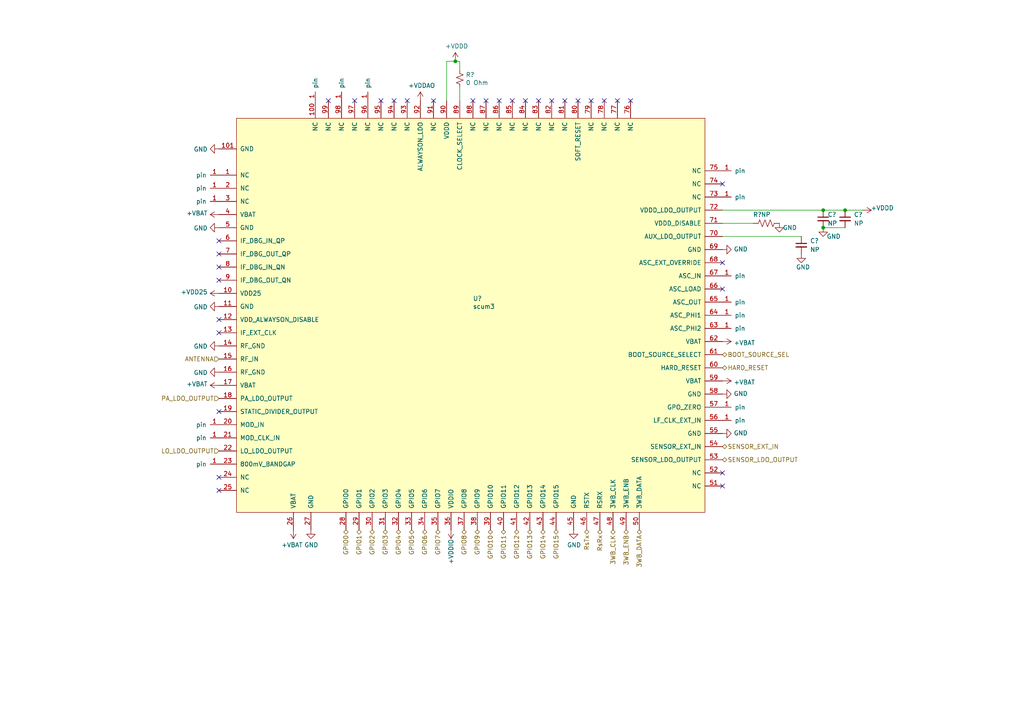
<source format=kicad_sch>
(kicad_sch (version 20211123) (generator eeschema)
  (paper "A4")
  (lib_symbols
    (symbol "Device:C_Small" (pin_numbers hide) (pin_names (offset 0.254) hide)
      (property "Reference" "C" (at 0.254 1.778 0))
      (property "Value" "C_Small" (at 0.254 -2.032 0))
      (symbol "C_Small_0_1"
        (polyline (pts (xy -1.524 -0.508) (xy 1.524 -0.508)) (stroke (width 0.3302)))
        (polyline (pts (xy -1.524 0.508) (xy 1.524 0.508)) (stroke (width 0.3048)))
      )
      (symbol "C_Small_1_1"
        (pin passive line (at 0 2.54 270) (length 2.032) (name "~") (number "1"))
        (pin passive line (at 0 -2.54 90) (length 2.032) (name "~") (number "2"))
      )
    )
    (symbol "Device:R_Small_US" (pin_numbers hide) (pin_names (offset 0.254) hide)
      (property "Reference" "R" (at 0.762 0.508 0))
      (property "Value" "R_Small_US" (at 0.762 -1.016 0))
      (symbol "R_Small_US_1_1"
        (polyline (pts (xy 0 0) (xy 1.016 -0.381) (xy 0 -0.762) (xy -1.016 -1.143) (xy 0 -1.524)))
        (polyline (pts (xy 0 1.524) (xy 1.016 1.143) (xy 0 0.762) (xy -1.016 0.381) (xy 0 0)))
        (pin passive line (at 0 2.54 270) (length 1.016) (name "~") (number "1"))
        (pin passive line (at 0 -2.54 90) (length 1.016) (name "~") (number "2"))
      )
    )
    (symbol "Device:R_US" (pin_numbers hide) (pin_names (offset 0))
      (property "Reference" "R" (at 2.54 0 90))
      (property "Value" "R_US" (at -2.54 0 90))
      (symbol "R_US_0_1"
        (polyline (pts (xy 0 -2.286) (xy 0 -2.54)))
        (polyline (pts (xy 0 2.286) (xy 0 2.54)))
        (polyline (pts (xy 0 -0.762) (xy 1.016 -1.143) (xy 0 -1.524) (xy -1.016 -1.905) (xy 0 -2.286)))
        (polyline (pts (xy 0 0.762) (xy 1.016 0.381) (xy 0 0) (xy -1.016 -0.381) (xy 0 -0.762)))
        (polyline (pts (xy 0 2.286) (xy 1.016 1.905) (xy 0 1.524) (xy -1.016 1.143) (xy 0 0.762)))
      )
      (symbol "R_US_1_1"
        (pin passive line (at 0 3.81 270) (length 1.27) (name "~") (number "1"))
        (pin passive line (at 0 -3.81 90) (length 1.27) (name "~") (number "2"))
      )
    )
    (symbol "draft1library:+VBAT" (power) (pin_names (offset 0))
      (property "Value" "+VBAT" (at 0 3.556 0))
      (symbol "+VBAT_0_1"
        (polyline (pts (xy -0.762 1.27) (xy 0 2.54)))
        (polyline (pts (xy 0 0) (xy 0 2.54)))
        (polyline (pts (xy 0 2.54) (xy 0.762 1.27)))
      )
      (symbol "+VBAT_1_1"
        (pin power_in line (at 0 0 90) (length 0) hide (name "+VBAT") (number "1"))
      )
    )
    (symbol "draft1library:+VDD25" (power) (pin_names (offset 0))
      (property "Value" "+VDD25" (at 0 3.556 0))
      (symbol "+VDD25_0_1"
        (polyline (pts (xy -0.762 1.27) (xy 0 2.54)))
        (polyline (pts (xy 0 0) (xy 0 2.54)))
        (polyline (pts (xy 0 2.54) (xy 0.762 1.27)))
      )
      (symbol "+VDD25_1_1"
        (pin power_in line (at 0 0 90) (length 0) hide (name "+VDD25") (number "1"))
      )
    )
    (symbol "draft1library:+VDDAO" (power) (pin_names (offset 0))
      (property "Value" "+VDDAO" (at 0 3.556 0))
      (symbol "+VDDAO_0_1"
        (polyline (pts (xy -0.762 1.27) (xy 0 2.54)))
        (polyline (pts (xy 0 0) (xy 0 2.54)))
        (polyline (pts (xy 0 2.54) (xy 0.762 1.27)))
      )
      (symbol "+VDDAO_1_1"
        (pin power_in line (at 0 0 90) (length 0) hide (name "+VDDAO") (number "1"))
      )
    )
    (symbol "draft1library:+VDDD" (power) (pin_names (offset 0))
      (property "Value" "+VDDD" (at 0 3.556 0))
      (symbol "+VDDD_0_1"
        (polyline (pts (xy -0.762 1.27) (xy 0 2.54)))
        (polyline (pts (xy 0 0) (xy 0 2.54)))
        (polyline (pts (xy 0 2.54) (xy 0.762 1.27)))
      )
      (symbol "+VDDD_1_1"
        (pin power_in line (at 0 0 90) (length 0) hide (name "+VDDD") (number "1"))
      )
    )
    (symbol "draft1library:+VDDIO" (power) (pin_names (offset 0))
      (property "Value" "+VDDIO" (at 0 3.556 0))
      (symbol "+VDDIO_0_1"
        (polyline (pts (xy -0.762 1.27) (xy 0 2.54)))
        (polyline (pts (xy 0 0) (xy 0 2.54)))
        (polyline (pts (xy 0 2.54) (xy 0.762 1.27)))
      )
      (symbol "+VDDIO_1_1"
        (pin power_in line (at 0 0 90) (length 0) hide (name "+VDDIO") (number "1"))
      )
    )
    (symbol "draft1library:scum3" (pin_names (offset 1.016))
      (property "Reference" "U8" (at 12.7 10.16 0))
      (property "Value" "scum3" (at 1.27 -2.54 0))
      (symbol "scum3_0_1"
        (rectangle (start -69.85 -60.96) (end 66.04 53.34) (fill (type background)))
      )
      (symbol "scum3_1_1"
        (pin passive line (at -74.93 36.83 0) (length 5.08) (name "NC") (number "1"))
        (pin passive line (at -74.93 2.54 0) (length 5.08) (name "VDD25") (number "10"))
        (pin passive line (at -46.99 58.42 270) (length 5.08) (name "NC") (number "100"))
        (pin passive line (at -74.93 44.45 0) (length 5.08) (name "GND") (number "101"))
        (pin passive line (at -74.93 -1.27 0) (length 5.08) (name "GND") (number "11"))
        (pin passive line (at -74.93 -5.08 0) (length 5.08) (name "VDD_ALWAYSON_DISABLE") (number "12"))
        (pin passive line (at -74.93 -8.89 0) (length 5.08) (name "IF_EXT_CLK") (number "13"))
        (pin passive line (at -74.93 -12.7 0) (length 5.08) (name "RF_GND") (number "14"))
        (pin passive line (at -74.93 -16.51 0) (length 5.08) (name "RF_IN") (number "15"))
        (pin passive line (at -74.93 -20.32 0) (length 5.08) (name "RF_GND") (number "16"))
        (pin passive line (at -74.93 -24.13 0) (length 5.08) (name "VBAT") (number "17"))
        (pin passive line (at -74.93 -27.94 0) (length 5.08) (name "PA_LDO_OUTPUT") (number "18"))
        (pin passive line (at -74.93 -31.75 0) (length 5.08) (name "STATIC_DIVIDER_OUTPUT") (number "19"))
        (pin passive line (at -74.93 33.02 0) (length 5.08) (name "NC") (number "2"))
        (pin passive line (at -74.93 -35.56 0) (length 5.08) (name "MOD_IN") (number "20"))
        (pin passive line (at -74.93 -39.37 0) (length 5.08) (name "MOD_CLK_IN") (number "21"))
        (pin passive line (at -74.93 -43.18 0) (length 5.08) (name "LO_LDO_OUTPUT") (number "22"))
        (pin passive line (at -74.93 -46.99 0) (length 5.08) (name "800mV_BANDGAP") (number "23"))
        (pin passive line (at -74.93 -50.8 0) (length 5.08) (name "NC") (number "24"))
        (pin passive line (at -74.93 -54.61 0) (length 5.08) (name "NC") (number "25"))
        (pin power_in line (at -53.34 -66.04 90) (length 5.08) (name "VBAT") (number "26"))
        (pin passive line (at -48.26 -66.04 90) (length 5.08) (name "GND") (number "27"))
        (pin bidirectional line (at -38.1 -66.04 90) (length 5.08) (name "GPIO0") (number "28"))
        (pin bidirectional line (at -34.29 -66.04 90) (length 5.08) (name "GPIO1") (number "29"))
        (pin passive line (at -74.93 29.21 0) (length 5.08) (name "NC") (number "3"))
        (pin bidirectional line (at -30.48 -66.04 90) (length 5.08) (name "GPIO2") (number "30"))
        (pin bidirectional line (at -26.67 -66.04 90) (length 5.08) (name "GPIO3") (number "31"))
        (pin bidirectional line (at -22.86 -66.04 90) (length 5.08) (name "GPIO4") (number "32"))
        (pin bidirectional line (at -19.05 -66.04 90) (length 5.08) (name "GPIO5") (number "33"))
        (pin bidirectional line (at -15.24 -66.04 90) (length 5.08) (name "GPIO6") (number "34"))
        (pin bidirectional line (at -11.43 -66.04 90) (length 5.08) (name "GPIO7") (number "35"))
        (pin power_in line (at -7.62 -66.04 90) (length 5.08) (name "VDDIO") (number "36"))
        (pin bidirectional line (at -3.81 -66.04 90) (length 5.08) (name "GPIO8") (number "37"))
        (pin bidirectional line (at 0 -66.04 90) (length 5.08) (name "GPIO9") (number "38"))
        (pin bidirectional line (at 3.81 -66.04 90) (length 5.08) (name "GPIO10") (number "39"))
        (pin passive line (at -74.93 25.4 0) (length 5.08) (name "VBAT") (number "4"))
        (pin bidirectional line (at 7.62 -66.04 90) (length 5.08) (name "GPIO11") (number "40"))
        (pin bidirectional line (at 11.43 -66.04 90) (length 5.08) (name "GPIO12") (number "41"))
        (pin bidirectional line (at 15.24 -66.04 90) (length 5.08) (name "GPIO13") (number "42"))
        (pin bidirectional line (at 19.05 -66.04 90) (length 5.08) (name "GPIO14") (number "43"))
        (pin bidirectional line (at 22.86 -66.04 90) (length 5.08) (name "GPIO15") (number "44"))
        (pin passive line (at 27.94 -66.04 90) (length 5.08) (name "GND") (number "45"))
        (pin bidirectional line (at 31.75 -66.04 90) (length 5.08) (name "RSTX") (number "46"))
        (pin bidirectional line (at 35.56 -66.04 90) (length 5.08) (name "RSRX") (number "47"))
        (pin bidirectional line (at 39.37 -66.04 90) (length 5.08) (name "3WB_CLK") (number "48"))
        (pin bidirectional line (at 43.18 -66.04 90) (length 5.08) (name "3WB_ENB") (number "49"))
        (pin passive line (at -74.93 21.59 0) (length 5.08) (name "GND") (number "5"))
        (pin bidirectional line (at 46.99 -66.04 90) (length 5.08) (name "3WB_DATA") (number "50"))
        (pin passive line (at 71.12 -53.34 180) (length 5.08) (name "NC") (number "51"))
        (pin passive line (at 71.12 -49.53 180) (length 5.08) (name "NC") (number "52"))
        (pin passive line (at 71.12 -45.72 180) (length 5.08) (name "SENSOR_LDO_OUTPUT") (number "53"))
        (pin passive line (at 71.12 -41.91 180) (length 5.08) (name "SENSOR_EXT_IN") (number "54"))
        (pin passive line (at 71.12 -38.1 180) (length 5.08) (name "GND") (number "55"))
        (pin passive line (at 71.12 -34.29 180) (length 5.08) (name "LF_CLK_EXT_IN") (number "56"))
        (pin passive line (at 71.12 -30.48 180) (length 5.08) (name "GPO_ZERO") (number "57"))
        (pin passive line (at 71.12 -26.67 180) (length 5.08) (name "GND") (number "58"))
        (pin passive line (at 71.12 -22.86 180) (length 5.08) (name "VBAT") (number "59"))
        (pin passive line (at -74.93 17.78 0) (length 5.08) (name "IF_DBG_IN_QP") (number "6"))
        (pin passive line (at 71.12 -19.05 180) (length 5.08) (name "HARD_RESET") (number "60"))
        (pin passive line (at 71.12 -15.24 180) (length 5.08) (name "BOOT_SOURCE_SELECT") (number "61"))
        (pin passive line (at 71.12 -11.43 180) (length 5.08) (name "VBAT") (number "62"))
        (pin passive line (at 71.12 -7.62 180) (length 5.08) (name "ASC_PHI2") (number "63"))
        (pin passive line (at 71.12 -3.81 180) (length 5.08) (name "ASC_PHI1") (number "64"))
        (pin passive line (at 71.12 0 180) (length 5.08) (name "ASC_OUT") (number "65"))
        (pin passive line (at 71.12 3.81 180) (length 5.08) (name "ASC_LOAD") (number "66"))
        (pin passive line (at 71.12 7.62 180) (length 5.08) (name "ASC_IN") (number "67"))
        (pin passive line (at 71.12 11.43 180) (length 5.08) (name "ASC_EXT_OVERRIDE") (number "68"))
        (pin passive line (at 71.12 15.24 180) (length 5.08) (name "GND") (number "69"))
        (pin passive line (at -74.93 13.97 0) (length 5.08) (name "IF_DBG_OUT_QP") (number "7"))
        (pin passive line (at 71.12 19.05 180) (length 5.08) (name "AUX_LDO_OUTPUT") (number "70"))
        (pin passive line (at 71.12 22.86 180) (length 5.08) (name "VDDD_DISABLE") (number "71"))
        (pin passive line (at 71.12 26.67 180) (length 5.08) (name "VDDD_LDO_OUTPUT") (number "72"))
        (pin passive line (at 71.12 30.48 180) (length 5.08) (name "NC") (number "73"))
        (pin passive line (at 71.12 34.29 180) (length 5.08) (name "NC") (number "74"))
        (pin passive line (at 71.12 38.1 180) (length 5.08) (name "NC") (number "75"))
        (pin passive line (at 44.45 58.42 270) (length 5.08) (name "NC") (number "76"))
        (pin passive line (at 40.64 58.42 270) (length 5.08) (name "NC") (number "77"))
        (pin passive line (at 36.83 58.42 270) (length 5.08) (name "NC") (number "78"))
        (pin passive line (at 33.02 58.42 270) (length 5.08) (name "NC") (number "79"))
        (pin passive line (at -74.93 10.16 0) (length 5.08) (name "IF_DBG_IN_QN") (number "8"))
        (pin passive line (at 29.21 58.42 270) (length 5.08) (name "SOFT_RESET") (number "80"))
        (pin passive line (at 25.4 58.42 270) (length 5.08) (name "NC") (number "81"))
        (pin passive line (at 21.59 58.42 270) (length 5.08) (name "NC") (number "82"))
        (pin passive line (at 17.78 58.42 270) (length 5.08) (name "NC") (number "83"))
        (pin passive line (at 13.97 58.42 270) (length 5.08) (name "NC") (number "84"))
        (pin passive line (at 10.16 58.42 270) (length 5.08) (name "NC") (number "85"))
        (pin passive line (at 6.35 58.42 270) (length 5.08) (name "NC") (number "86"))
        (pin passive line (at 2.54 58.42 270) (length 5.08) (name "NC") (number "87"))
        (pin passive line (at -1.27 58.42 270) (length 5.08) (name "NC") (number "88"))
        (pin passive line (at -5.08 58.42 270) (length 5.08) (name "CLOCK_SELECT") (number "89"))
        (pin passive line (at -74.93 6.35 0) (length 5.08) (name "IF_DBG_OUT_QN") (number "9"))
        (pin passive line (at -8.89 58.42 270) (length 5.08) (name "VDDD") (number "90"))
        (pin passive line (at -12.7 58.42 270) (length 5.08) (name "NC") (number "91"))
        (pin passive line (at -16.51 58.42 270) (length 5.08) (name "ALWAYSON_LDO") (number "92"))
        (pin passive line (at -20.32 58.42 270) (length 5.08) (name "NC") (number "93"))
        (pin passive line (at -24.13 58.42 270) (length 5.08) (name "NC") (number "94"))
        (pin passive line (at -27.94 58.42 270) (length 5.08) (name "NC") (number "95"))
        (pin passive line (at -31.75 58.42 270) (length 5.08) (name "NC") (number "96"))
        (pin passive line (at -35.56 58.42 270) (length 5.08) (name "NC") (number "97"))
        (pin passive line (at -39.37 58.42 270) (length 5.08) (name "NC") (number "98"))
        (pin passive line (at -43.18 58.42 270) (length 5.08) (name "NC") (number "99"))
      )
    )
    (symbol "draft1library:through_hole" (pin_names (offset 1.016))
      (symbol "through_hole_1_1"
        (pin output line (at 0 0 0) (length 2.54) (name "pin") (number "1"))
      )
    )
    (symbol "power:GND" (power) (pin_names (offset 0))
      (property "Value" "GND" (at 0 -3.81 0))
      (symbol "GND_0_1"
        (polyline (pts (xy 0 0) (xy 0 -1.27) (xy 1.27 -1.27) (xy 0 -2.54) (xy -1.27 -1.27) (xy 0 -1.27)))
      )
      (symbol "GND_1_1"
        (pin power_in line (at 0 0 270) (length 0) hide (name "GND") (number "1"))
      )
    )
  )
  (junction (at 245.11 60.96))
  (junction (at 238.76 60.96))
  (junction (at 132.08 17.78))
  (junction (at 238.76 66.04))
  (no_connect (at 102.87 29.21))
  (no_connect (at 125.73 29.21))
  (no_connect (at 209.55 76.2))
  (no_connect (at 182.88 29.21))
  (no_connect (at 63.5 96.52))
  (no_connect (at 175.26 29.21))
  (no_connect (at 63.5 73.66))
  (no_connect (at 167.64 29.21))
  (no_connect (at 209.55 137.16))
  (no_connect (at 209.55 140.97))
  (no_connect (at 209.55 53.34))
  (no_connect (at 209.55 83.82))
  (no_connect (at 63.5 81.28))
  (no_connect (at 63.5 119.38))
  (no_connect (at 114.3 29.21))
  (no_connect (at 63.5 69.85))
  (no_connect (at 140.97 29.21))
  (no_connect (at 179.07 29.21))
  (no_connect (at 95.25 29.21))
  (no_connect (at 63.5 142.24))
  (no_connect (at 110.49 29.21))
  (no_connect (at 152.4 29.21))
  (no_connect (at 148.59 29.21))
  (no_connect (at 137.16 29.21))
  (no_connect (at 63.5 138.43))
  (no_connect (at 156.21 29.21))
  (no_connect (at 171.45 29.21))
  (no_connect (at 63.5 77.47))
  (no_connect (at 160.02 29.21))
  (no_connect (at 163.83 29.21))
  (no_connect (at 63.5 92.71))
  (no_connect (at 144.78 29.21))
  (no_connect (at 118.11 29.21))
  (wire (pts (xy 209.55 64.77) (xy 218.44 64.77)))
  (wire (pts (xy 209.55 60.96) (xy 238.76 60.96)))
  (wire (pts (xy 133.35 17.78) (xy 132.08 17.78)))
  (wire (pts (xy 133.35 17.78) (xy 133.35 20.32)))
  (wire (pts (xy 209.55 68.58) (xy 232.41 68.58)))
  (wire (pts (xy 133.35 25.4) (xy 133.35 29.21)))
  (wire (pts (xy 238.76 60.96) (xy 245.11 60.96)))
  (wire (pts (xy 238.76 66.04) (xy 245.11 66.04)))
  (wire (pts (xy 129.54 29.21) (xy 129.54 17.78)))
  (wire (pts (xy 132.08 17.78) (xy 129.54 17.78)))
  (wire (pts (xy 245.11 60.96) (xy 250.19 60.96)))
  (hierarchical_label "GPIO13" (shape bidirectional) (at 153.67 153.67 270))
  (hierarchical_label "3WB_CLK" (shape bidirectional) (at 177.8 153.67 270))
  (hierarchical_label "HARD_RESET" (shape bidirectional) (at 209.55 106.68 0))
  (hierarchical_label "GPIO14" (shape bidirectional) (at 157.48 153.67 270))
  (hierarchical_label "GPIO12" (shape bidirectional) (at 149.86 153.67 270))
  (hierarchical_label "LO_LDO_OUTPUT" (shape input) (at 63.5 130.81 180))
  (hierarchical_label "GPIO4" (shape bidirectional) (at 115.57 153.67 270))
  (hierarchical_label "GPIO10" (shape bidirectional) (at 142.24 153.67 270))
  (hierarchical_label "GPIO7" (shape bidirectional) (at 127 153.67 270))
  (hierarchical_label "GPIO0" (shape bidirectional) (at 100.33 153.67 270))
  (hierarchical_label "BOOT_SOURCE_SEL" (shape bidirectional) (at 209.55 102.87 0))
  (hierarchical_label "PA_LDO_OUTPUT" (shape input) (at 63.5 115.57 180))
  (hierarchical_label "3WB_DATA" (shape bidirectional) (at 185.42 153.67 270))
  (hierarchical_label "ANTENNA" (shape input) (at 63.5 104.14 180))
  (hierarchical_label "SENSOR_LDO_OUTPUT" (shape bidirectional) (at 209.55 133.35 0))
  (hierarchical_label "GPIO11" (shape bidirectional) (at 146.05 153.67 270))
  (hierarchical_label "GPIO9" (shape bidirectional) (at 138.43 153.67 270))
  (hierarchical_label "GPIO2" (shape bidirectional) (at 107.95 153.67 270))
  (hierarchical_label "GPIO15" (shape bidirectional) (at 161.29 153.67 270))
  (hierarchical_label "GPIO5" (shape bidirectional) (at 119.38 153.67 270))
  (hierarchical_label "GPIO8" (shape bidirectional) (at 134.62 153.67 270))
  (hierarchical_label "RsTx" (shape bidirectional) (at 170.18 153.67 270))
  (hierarchical_label "SENSOR_EXT_IN" (shape bidirectional) (at 209.55 129.54 0))
  (hierarchical_label "GPIO3" (shape bidirectional) (at 111.76 153.67 270))
  (hierarchical_label "RsRx" (shape bidirectional) (at 173.99 153.67 270))
  (hierarchical_label "GPIO1" (shape bidirectional) (at 104.14 153.67 270))
  (hierarchical_label "GPIO6" (shape bidirectional) (at 123.19 153.67 270))
  (hierarchical_label "3WB_ENB" (shape bidirectional) (at 181.61 153.67 270))
  (symbol (lib_id "power:GND") (at 232.41 73.66 0) (unit 1)
    (property "Reference" "#PWR?" (effects hide))
    (property "Value" "GND" (at 234.95 77.47 0) (effects (justify right)))
  )
  (symbol (lib_id "draft1library:+VDDIO") (at 130.81 153.67 180) (unit 1)
    (property "Reference" "#PWR?" (effects hide))
    (property "Value" "+VDDIO" (at 130.81 160.02 90))
  )
  (symbol (lib_id "draft1library:through_hole") (at 91.44 29.21 90) (unit 1)
    (property "Reference" "J?" (effects hide))
    (property "Value" "through_hole" (effects hide))
    (property "Footprint" "SCUM:through_hole" (effects hide))
  )
  (symbol (lib_id "power:GND") (at 238.76 66.04 0) (unit 1)
    (property "Reference" "#PWR?" (effects hide))
    (property "Value" "GND" (at 243.84 68.58 0) (effects (justify right)))
  )
  (symbol (lib_id "draft1library:through_hole") (at 209.55 95.25 0) (unit 1)
    (property "Reference" "J?" (effects hide))
    (property "Value" "through_hole" (effects hide))
    (property "Footprint" "SCUM:through_hole" (effects hide))
  )
  (symbol (lib_id "draft1library:+VBAT") (at 85.09 153.67 180) (unit 1)
    (property "Reference" "#PWR?" (effects hide))
    (property "Value" "+VBAT" (at 84.709 158.0642 0))
  )
  (symbol (lib_id "draft1library:+VBAT") (at 209.55 110.49 270) (unit 1)
    (property "Reference" "#PWR?" (effects hide))
    (property "Value" "+VBAT" (at 212.8012 110.871 90) (effects (justify left)))
  )
  (symbol (lib_id "power:GND") (at 209.55 125.73 90) (unit 1)
    (property "Reference" "#PWR?" (effects hide))
    (property "Value" "GND" (at 212.8012 125.603 90) (effects (justify right)))
  )
  (symbol (lib_id "draft1library:through_hole") (at 209.55 118.11 0) (unit 1)
    (property "Reference" "J?" (effects hide))
    (property "Value" "through_hole" (effects hide))
    (property "Footprint" "SCUM:through_hole" (effects hide))
  )
  (symbol (lib_id "power:GND") (at 63.5 100.33 270) (unit 1)
    (property "Reference" "#PWR?" (effects hide))
    (property "Value" "GND" (at 60.2488 100.457 90) (effects (justify right)))
  )
  (symbol (lib_id "draft1library:scum3") (at 138.43 87.63 0) (unit 1)
    (property "Reference" "U?" (at 137.16 86.5886 0) (effects (justify left)))
    (property "Value" "scum3" (at 137.16 88.9 0) (effects (justify left)))
    (property "Footprint" "SCUM:QFN-100_EP_12x12_Pitch0.4mm_Margin0.25mm" (effects hide))
  )
  (symbol (lib_id "power:GND") (at 209.55 72.39 90) (unit 1)
    (property "Reference" "#PWR?" (effects hide))
    (property "Value" "GND" (at 212.8012 72.263 90) (effects (justify right)))
  )
  (symbol (lib_id "power:GND") (at 209.55 114.3 90) (unit 1)
    (property "Reference" "#PWR?" (effects hide))
    (property "Value" "GND" (at 212.8012 114.173 90) (effects (justify right)))
  )
  (symbol (lib_id "draft1library:+VDDAO") (at 121.92 29.21 0) (unit 1)
    (property "Reference" "#PWR?" (effects hide))
    (property "Value" "+VDDAO" (at 122.301 24.8158 0))
  )
  (symbol (lib_id "draft1library:through_hole") (at 209.55 80.01 0) (unit 1)
    (property "Reference" "J?" (effects hide))
    (property "Value" "through_hole" (effects hide))
    (property "Footprint" "SCUM:through_hole" (effects hide))
  )
  (symbol (lib_id "draft1library:through_hole") (at 209.55 121.92 0) (unit 1)
    (property "Reference" "J?" (effects hide))
    (property "Value" "through_hole" (effects hide))
    (property "Footprint" "SCUM:through_hole" (effects hide))
  )
  (symbol (lib_id "Device:C_Small") (at 245.11 63.5 0) (unit 1)
    (property "Reference" "C?" (at 247.65 62.2362 0) (effects (justify left)))
    (property "Value" "NP" (at 247.65 64.7762 0) (effects (justify left)))
  )
  (symbol (lib_id "draft1library:+VBAT") (at 209.55 99.06 270) (unit 1)
    (property "Reference" "#PWR?" (effects hide))
    (property "Value" "+VBAT" (at 212.8012 99.441 90) (effects (justify left)))
  )
  (symbol (lib_id "draft1library:through_hole") (at 63.5 127 180) (unit 1)
    (property "Reference" "J?" (effects hide))
    (property "Value" "through_hole" (effects hide))
    (property "Footprint" "SCUM:through_hole" (effects hide))
  )
  (symbol (lib_id "power:GND") (at 90.17 153.67 0) (unit 1)
    (property "Reference" "#PWR?" (effects hide))
    (property "Value" "GND" (at 90.297 158.0642 0))
  )
  (symbol (lib_id "draft1library:+VDDD") (at 132.08 17.78 0) (unit 1)
    (property "Reference" "#PWR?" (effects hide))
    (property "Value" "+VDDD" (at 132.461 13.3858 0))
  )
  (symbol (lib_id "draft1library:through_hole") (at 63.5 58.42 180) (unit 1)
    (property "Reference" "J?" (effects hide))
    (property "Value" "through_hole" (effects hide))
    (property "Footprint" "SCUM:through_hole" (effects hide))
  )
  (symbol (lib_id "draft1library:through_hole") (at 99.06 29.21 90) (unit 1)
    (property "Reference" "J?" (effects hide))
    (property "Value" "through_hole" (effects hide))
    (property "Footprint" "SCUM:through_hole" (effects hide))
  )
  (symbol (lib_id "power:GND") (at 63.5 66.04 270) (unit 1)
    (property "Reference" "#PWR?" (effects hide))
    (property "Value" "GND" (at 60.2488 66.167 90) (effects (justify right)))
  )
  (symbol (lib_id "draft1library:+VBAT") (at 63.5 62.23 90) (unit 1)
    (property "Reference" "#PWR?" (effects hide))
    (property "Value" "+VBAT" (at 60.2488 61.849 90) (effects (justify left)))
  )
  (symbol (lib_id "power:GND") (at 166.37 153.67 0) (unit 1)
    (property "Reference" "#PWR?" (effects hide))
    (property "Value" "GND" (at 166.497 158.0642 0))
  )
  (symbol (lib_id "Device:R_Small_US") (at 133.35 22.86 0) (unit 1)
    (property "Reference" "R?" (at 135.0772 21.6916 0) (effects (justify left)))
    (property "Value" "0 Ohm" (at 135.0772 24.003 0) (effects (justify left)))
    (property "Footprint" "Resistor_SMD:R_0402_1005Metric" (effects hide))
  )
  (symbol (lib_id "draft1library:through_hole") (at 209.55 57.15 0) (unit 1)
    (property "Reference" "J?" (effects hide))
    (property "Value" "through_hole" (effects hide))
    (property "Footprint" "SCUM:through_hole" (effects hide))
  )
  (symbol (lib_id "draft1library:through_hole") (at 209.55 49.53 0) (unit 1)
    (property "Reference" "J?" (effects hide))
    (property "Value" "through_hole" (effects hide))
    (property "Footprint" "SCUM:through_hole" (effects hide))
  )
  (symbol (lib_id "draft1library:+VBAT") (at 63.5 111.76 90) (unit 1)
    (property "Reference" "#PWR?" (effects hide))
    (property "Value" "+VBAT" (at 60.2488 111.379 90) (effects (justify left)))
  )
  (symbol (lib_id "Device:C_Small") (at 238.76 63.5 0) (unit 1)
    (property "Reference" "C?" (at 240.03 62.23 0) (effects (justify left)))
    (property "Value" "NP" (at 240.03 64.77 0) (effects (justify left)))
  )
  (symbol (lib_id "draft1library:through_hole") (at 63.5 50.8 180) (unit 1)
    (property "Reference" "J?" (effects hide))
    (property "Value" "through_hole" (effects hide))
    (property "Footprint" "SCUM:through_hole" (effects hide))
  )
  (symbol (lib_id "draft1library:+VDDD") (at 250.19 60.96 270) (unit 1)
    (property "Reference" "#PWR?" (effects hide))
    (property "Value" "+VDDD" (at 255.905 60.325 90))
  )
  (symbol (lib_id "draft1library:through_hole") (at 63.5 123.19 180) (unit 1)
    (property "Reference" "J?" (effects hide))
    (property "Value" "through_hole" (effects hide))
    (property "Footprint" "SCUM:through_hole" (effects hide))
  )
  (symbol (lib_id "power:GND") (at 63.5 43.18 270) (unit 1)
    (property "Reference" "#PWR?" (effects hide))
    (property "Value" "GND" (at 60.2488 43.307 90) (effects (justify right)))
  )
  (symbol (lib_id "draft1library:through_hole") (at 63.5 134.62 180) (unit 1)
    (property "Reference" "J?" (effects hide))
    (property "Value" "through_hole" (effects hide))
    (property "Footprint" "SCUM:through_hole" (effects hide))
  )
  (symbol (lib_id "draft1library:through_hole") (at 63.5 54.61 180) (unit 1)
    (property "Reference" "J?" (effects hide))
    (property "Value" "through_hole" (effects hide))
    (property "Footprint" "SCUM:through_hole" (effects hide))
  )
  (symbol (lib_id "draft1library:+VDD25") (at 63.5 85.09 90) (unit 1)
    (property "Reference" "#PWR?" (effects hide))
    (property "Value" "+VDD25" (at 60.2488 84.709 90) (effects (justify left)))
  )
  (symbol (lib_id "draft1library:through_hole") (at 209.55 91.44 0) (unit 1)
    (property "Reference" "J?" (effects hide))
    (property "Value" "through_hole" (effects hide))
    (property "Footprint" "SCUM:through_hole" (effects hide))
  )
  (symbol (lib_id "power:GND") (at 63.5 88.9 270) (unit 1)
    (property "Reference" "#PWR?" (effects hide))
    (property "Value" "GND" (at 60.2488 89.027 90) (effects (justify right)))
  )
  (symbol (lib_id "Device:C_Small") (at 232.41 71.12 0) (unit 1)
    (property "Reference" "C?" (at 234.95 69.8562 0) (effects (justify left)))
    (property "Value" "NP" (at 234.95 72.3962 0) (effects (justify left)))
  )
  (symbol (lib_id "power:GND") (at 63.5 107.95 270) (unit 1)
    (property "Reference" "#PWR?" (effects hide))
    (property "Value" "GND" (at 60.2488 108.077 90) (effects (justify right)))
  )
  (symbol (lib_id "draft1library:through_hole") (at 209.55 87.63 0) (unit 1)
    (property "Reference" "J?" (effects hide))
    (property "Value" "through_hole" (effects hide))
    (property "Footprint" "SCUM:through_hole" (effects hide))
  )
  (symbol (lib_id "power:GND") (at 226.06 64.77 0) (unit 1)
    (property "Reference" "#PWR?" (effects hide))
    (property "Value" "GND" (at 231.14 66.04 0) (effects (justify right)))
  )
  (symbol (lib_id "Device:R_US") (at 222.25 64.77 90) (unit 1)
    (property "Reference" "R?" (at 220.98 62.23 90) (effects (justify left)))
    (property "Value" "NP" (at 223.52 62.23 90) (effects (justify left)))
    (property "Footprint" "Resistor_SMD:R_0402_1005Metric" (effects hide))
  )
  (symbol (lib_id "draft1library:through_hole") (at 106.68 29.21 90) (unit 1)
    (property "Reference" "J?" (effects hide))
    (property "Value" "through_hole" (effects hide))
    (property "Footprint" "SCUM:through_hole" (effects hide))
  )
)
</source>
